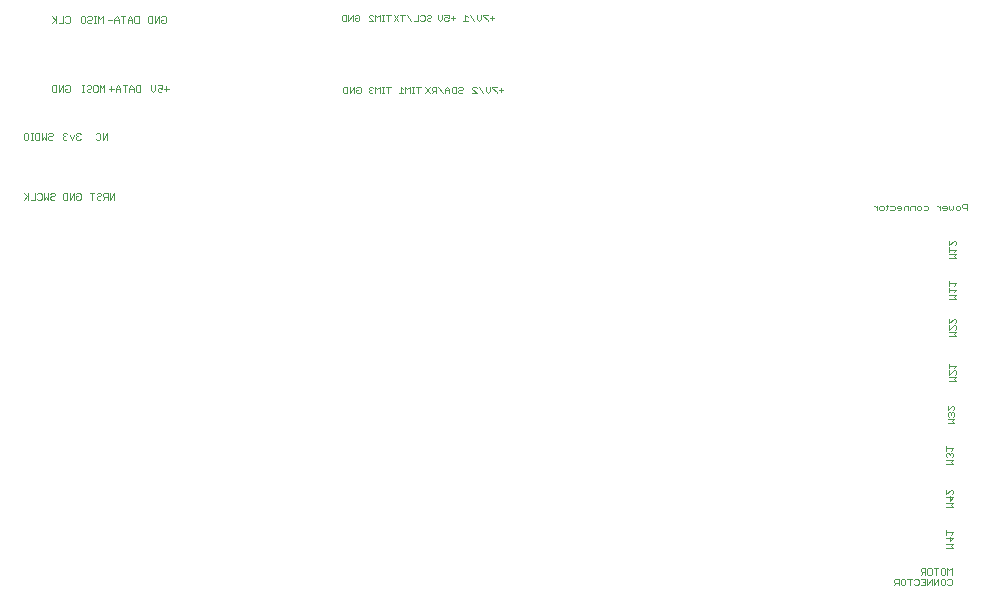
<source format=gbr>
G04 EAGLE Gerber RS-274X export*
G75*
%MOMM*%
%FSLAX34Y34*%
%LPD*%
%AMOC8*
5,1,8,0,0,1.08239X$1,22.5*%
G01*
%ADD10C,0.050800*%


D10*
X323678Y490055D02*
X324610Y490987D01*
X326474Y490987D01*
X327406Y490055D01*
X327406Y486326D01*
X326474Y485394D01*
X324610Y485394D01*
X323678Y486326D01*
X323678Y488190D01*
X325542Y488190D01*
X321793Y485394D02*
X321793Y490987D01*
X318064Y485394D01*
X318064Y490987D01*
X316180Y490987D02*
X316180Y485394D01*
X313383Y485394D01*
X312451Y486326D01*
X312451Y490055D01*
X313383Y490987D01*
X316180Y490987D01*
X322408Y551015D02*
X323340Y551947D01*
X325204Y551947D01*
X326136Y551015D01*
X326136Y547286D01*
X325204Y546354D01*
X323340Y546354D01*
X322408Y547286D01*
X322408Y549150D01*
X324272Y549150D01*
X320523Y546354D02*
X320523Y551947D01*
X316794Y546354D01*
X316794Y551947D01*
X314910Y551947D02*
X314910Y546354D01*
X312113Y546354D01*
X311181Y547286D01*
X311181Y551015D01*
X312113Y551947D01*
X314910Y551947D01*
X350942Y490987D02*
X350942Y485394D01*
X352806Y490987D02*
X349078Y490987D01*
X347193Y485394D02*
X345329Y485394D01*
X346261Y485394D02*
X346261Y490987D01*
X347193Y490987D02*
X345329Y490987D01*
X343451Y490987D02*
X343451Y485394D01*
X341587Y489123D02*
X343451Y490987D01*
X341587Y489123D02*
X339722Y490987D01*
X339722Y485394D01*
X337838Y490055D02*
X336906Y490987D01*
X335041Y490987D01*
X334109Y490055D01*
X334109Y489123D01*
X335041Y488190D01*
X335974Y488190D01*
X335041Y488190D02*
X334109Y487258D01*
X334109Y486326D01*
X335041Y485394D01*
X336906Y485394D01*
X337838Y486326D01*
X376342Y485394D02*
X376342Y490987D01*
X378206Y490987D02*
X374478Y490987D01*
X372593Y485394D02*
X370729Y485394D01*
X371661Y485394D02*
X371661Y490987D01*
X372593Y490987D02*
X370729Y490987D01*
X368851Y490987D02*
X368851Y485394D01*
X366987Y489123D02*
X368851Y490987D01*
X366987Y489123D02*
X365122Y490987D01*
X365122Y485394D01*
X363238Y489123D02*
X361374Y490987D01*
X361374Y485394D01*
X363238Y485394D02*
X359509Y485394D01*
X410038Y490055D02*
X410970Y490987D01*
X412834Y490987D01*
X413766Y490055D01*
X413766Y489123D01*
X412834Y488190D01*
X410970Y488190D01*
X410038Y487258D01*
X410038Y486326D01*
X410970Y485394D01*
X412834Y485394D01*
X413766Y486326D01*
X408153Y485394D02*
X408153Y490987D01*
X408153Y485394D02*
X405357Y485394D01*
X404424Y486326D01*
X404424Y490055D01*
X405357Y490987D01*
X408153Y490987D01*
X402540Y489123D02*
X402540Y485394D01*
X402540Y489123D02*
X400676Y490987D01*
X398811Y489123D01*
X398811Y485394D01*
X398811Y488190D02*
X402540Y488190D01*
X396927Y485394D02*
X393198Y490987D01*
X391314Y490987D02*
X391314Y485394D01*
X391314Y490987D02*
X388517Y490987D01*
X387585Y490055D01*
X387585Y488190D01*
X388517Y487258D01*
X391314Y487258D01*
X389449Y487258D02*
X387585Y485394D01*
X381972Y485394D02*
X385701Y490987D01*
X381972Y490987D02*
X385701Y485394D01*
X444328Y488190D02*
X448056Y488190D01*
X446192Y490055D02*
X446192Y486326D01*
X442443Y490987D02*
X438714Y490987D01*
X438714Y490055D01*
X442443Y486326D01*
X442443Y485394D01*
X436830Y487258D02*
X436830Y490987D01*
X436830Y487258D02*
X434966Y485394D01*
X433101Y487258D01*
X433101Y490987D01*
X427488Y490987D02*
X431217Y485394D01*
X425604Y485394D02*
X421875Y485394D01*
X425604Y485394D02*
X421875Y489123D01*
X421875Y490055D01*
X422807Y490987D01*
X424672Y490987D01*
X425604Y490055D01*
X436708Y549150D02*
X440436Y549150D01*
X438572Y551015D02*
X438572Y547286D01*
X434823Y551947D02*
X431094Y551947D01*
X431094Y551015D01*
X434823Y547286D01*
X434823Y546354D01*
X429210Y548218D02*
X429210Y551947D01*
X429210Y548218D02*
X427346Y546354D01*
X425481Y548218D01*
X425481Y551947D01*
X419868Y551947D02*
X423597Y546354D01*
X417984Y550083D02*
X416119Y551947D01*
X416119Y546354D01*
X414255Y546354D02*
X417984Y546354D01*
X407416Y549150D02*
X403688Y549150D01*
X405552Y551015D02*
X405552Y547286D01*
X401803Y551947D02*
X398074Y551947D01*
X401803Y551947D02*
X401803Y549150D01*
X399939Y550083D01*
X399007Y550083D01*
X398074Y549150D01*
X398074Y547286D01*
X399007Y546354D01*
X400871Y546354D01*
X401803Y547286D01*
X396190Y548218D02*
X396190Y551947D01*
X396190Y548218D02*
X394326Y546354D01*
X392461Y548218D01*
X392461Y551947D01*
X350942Y551947D02*
X350942Y546354D01*
X352806Y551947D02*
X349078Y551947D01*
X347193Y546354D02*
X345329Y546354D01*
X346261Y546354D02*
X346261Y551947D01*
X347193Y551947D02*
X345329Y551947D01*
X343451Y551947D02*
X343451Y546354D01*
X341587Y550083D02*
X343451Y551947D01*
X341587Y550083D02*
X339722Y551947D01*
X339722Y546354D01*
X337838Y546354D02*
X334109Y546354D01*
X337838Y546354D02*
X334109Y550083D01*
X334109Y551015D01*
X335041Y551947D01*
X336906Y551947D01*
X337838Y551015D01*
X383368Y551015D02*
X384300Y551947D01*
X386164Y551947D01*
X387096Y551015D01*
X387096Y550083D01*
X386164Y549150D01*
X384300Y549150D01*
X383368Y548218D01*
X383368Y547286D01*
X384300Y546354D01*
X386164Y546354D01*
X387096Y547286D01*
X378687Y551947D02*
X377754Y551015D01*
X378687Y551947D02*
X380551Y551947D01*
X381483Y551015D01*
X381483Y547286D01*
X380551Y546354D01*
X378687Y546354D01*
X377754Y547286D01*
X375870Y546354D02*
X375870Y551947D01*
X375870Y546354D02*
X372141Y546354D01*
X370257Y546354D02*
X366528Y551947D01*
X362779Y551947D02*
X362779Y546354D01*
X364644Y551947D02*
X360915Y551947D01*
X359031Y551947D02*
X355302Y546354D01*
X359031Y546354D02*
X355302Y551947D01*
X78230Y492257D02*
X77298Y491325D01*
X78230Y492257D02*
X80094Y492257D01*
X81026Y491325D01*
X81026Y487596D01*
X80094Y486664D01*
X78230Y486664D01*
X77298Y487596D01*
X77298Y489460D01*
X79162Y489460D01*
X75413Y486664D02*
X75413Y492257D01*
X71684Y486664D01*
X71684Y492257D01*
X69800Y492257D02*
X69800Y486664D01*
X67003Y486664D01*
X66071Y487596D01*
X66071Y491325D01*
X67003Y492257D01*
X69800Y492257D01*
X110236Y492257D02*
X110236Y486664D01*
X108372Y490393D02*
X110236Y492257D01*
X108372Y490393D02*
X106508Y492257D01*
X106508Y486664D01*
X103691Y492257D02*
X101827Y492257D01*
X103691Y492257D02*
X104623Y491325D01*
X104623Y487596D01*
X103691Y486664D01*
X101827Y486664D01*
X100894Y487596D01*
X100894Y491325D01*
X101827Y492257D01*
X96213Y492257D02*
X95281Y491325D01*
X96213Y492257D02*
X98078Y492257D01*
X99010Y491325D01*
X99010Y490393D01*
X98078Y489460D01*
X96213Y489460D01*
X95281Y488528D01*
X95281Y487596D01*
X96213Y486664D01*
X98078Y486664D01*
X99010Y487596D01*
X93397Y486664D02*
X91532Y486664D01*
X92465Y486664D02*
X92465Y492257D01*
X93397Y492257D02*
X91532Y492257D01*
X140716Y492257D02*
X140716Y486664D01*
X137920Y486664D01*
X136988Y487596D01*
X136988Y491325D01*
X137920Y492257D01*
X140716Y492257D01*
X135103Y490393D02*
X135103Y486664D01*
X135103Y490393D02*
X133239Y492257D01*
X131374Y490393D01*
X131374Y486664D01*
X131374Y489460D02*
X135103Y489460D01*
X127626Y486664D02*
X127626Y492257D01*
X129490Y492257D02*
X125761Y492257D01*
X123877Y490393D02*
X123877Y486664D01*
X123877Y490393D02*
X122012Y492257D01*
X120148Y490393D01*
X120148Y486664D01*
X120148Y489460D02*
X123877Y489460D01*
X118264Y489460D02*
X114535Y489460D01*
X116399Y491325D02*
X116399Y487596D01*
X161118Y489460D02*
X164846Y489460D01*
X162982Y491325D02*
X162982Y487596D01*
X159233Y492257D02*
X155504Y492257D01*
X159233Y492257D02*
X159233Y489460D01*
X157369Y490393D01*
X156437Y490393D01*
X155504Y489460D01*
X155504Y487596D01*
X156437Y486664D01*
X158301Y486664D01*
X159233Y487596D01*
X153620Y488528D02*
X153620Y492257D01*
X153620Y488528D02*
X151756Y486664D01*
X149891Y488528D01*
X149891Y492257D01*
X158578Y549745D02*
X159510Y550677D01*
X161374Y550677D01*
X162306Y549745D01*
X162306Y546016D01*
X161374Y545084D01*
X159510Y545084D01*
X158578Y546016D01*
X158578Y547880D01*
X160442Y547880D01*
X156693Y545084D02*
X156693Y550677D01*
X152964Y545084D01*
X152964Y550677D01*
X151080Y550677D02*
X151080Y545084D01*
X148283Y545084D01*
X147351Y546016D01*
X147351Y549745D01*
X148283Y550677D01*
X151080Y550677D01*
X139446Y550677D02*
X139446Y545084D01*
X136650Y545084D01*
X135718Y546016D01*
X135718Y549745D01*
X136650Y550677D01*
X139446Y550677D01*
X133833Y548813D02*
X133833Y545084D01*
X133833Y548813D02*
X131969Y550677D01*
X130104Y548813D01*
X130104Y545084D01*
X130104Y547880D02*
X133833Y547880D01*
X126356Y545084D02*
X126356Y550677D01*
X128220Y550677D02*
X124491Y550677D01*
X122607Y548813D02*
X122607Y545084D01*
X122607Y548813D02*
X120742Y550677D01*
X118878Y548813D01*
X118878Y545084D01*
X118878Y547880D02*
X122607Y547880D01*
X116994Y547880D02*
X113265Y547880D01*
X108966Y545084D02*
X108966Y550677D01*
X107102Y548813D01*
X105238Y550677D01*
X105238Y545084D01*
X103353Y545084D02*
X101489Y545084D01*
X102421Y545084D02*
X102421Y550677D01*
X103353Y550677D02*
X101489Y550677D01*
X96814Y550677D02*
X95882Y549745D01*
X96814Y550677D02*
X98679Y550677D01*
X99611Y549745D01*
X99611Y548813D01*
X98679Y547880D01*
X96814Y547880D01*
X95882Y546948D01*
X95882Y546016D01*
X96814Y545084D01*
X98679Y545084D01*
X99611Y546016D01*
X93066Y550677D02*
X91201Y550677D01*
X93066Y550677D02*
X93998Y549745D01*
X93998Y546016D01*
X93066Y545084D01*
X91201Y545084D01*
X90269Y546016D01*
X90269Y549745D01*
X91201Y550677D01*
X78230Y550677D02*
X77298Y549745D01*
X78230Y550677D02*
X80094Y550677D01*
X81026Y549745D01*
X81026Y546016D01*
X80094Y545084D01*
X78230Y545084D01*
X77298Y546016D01*
X75413Y545084D02*
X75413Y550677D01*
X75413Y545084D02*
X71684Y545084D01*
X69800Y545084D02*
X69800Y550677D01*
X69800Y546948D02*
X66071Y550677D01*
X68868Y547880D02*
X66071Y545084D01*
X825754Y311404D02*
X831347Y311404D01*
X829483Y313268D01*
X831347Y315133D01*
X825754Y315133D01*
X829483Y317017D02*
X831347Y318881D01*
X825754Y318881D01*
X825754Y317017D02*
X825754Y320746D01*
X829483Y322630D02*
X831347Y324494D01*
X825754Y324494D01*
X825754Y322630D02*
X825754Y326359D01*
X825754Y345694D02*
X831347Y345694D01*
X829483Y347558D01*
X831347Y349423D01*
X825754Y349423D01*
X829483Y351307D02*
X831347Y353171D01*
X825754Y353171D01*
X825754Y351307D02*
X825754Y355036D01*
X825754Y356920D02*
X825754Y360649D01*
X825754Y356920D02*
X829483Y360649D01*
X830415Y360649D01*
X831347Y359717D01*
X831347Y357852D01*
X830415Y356920D01*
X831347Y279654D02*
X825754Y279654D01*
X829483Y281518D02*
X831347Y279654D01*
X829483Y281518D02*
X831347Y283383D01*
X825754Y283383D01*
X825754Y285267D02*
X825754Y288996D01*
X825754Y285267D02*
X829483Y288996D01*
X830415Y288996D01*
X831347Y288063D01*
X831347Y286199D01*
X830415Y285267D01*
X825754Y290880D02*
X825754Y294609D01*
X825754Y290880D02*
X829483Y294609D01*
X830415Y294609D01*
X831347Y293677D01*
X831347Y291812D01*
X830415Y290880D01*
X831347Y241554D02*
X825754Y241554D01*
X829483Y243418D02*
X831347Y241554D01*
X829483Y243418D02*
X831347Y245283D01*
X825754Y245283D01*
X825754Y247167D02*
X825754Y250896D01*
X825754Y247167D02*
X829483Y250896D01*
X830415Y250896D01*
X831347Y249963D01*
X831347Y248099D01*
X830415Y247167D01*
X829483Y252780D02*
X831347Y254644D01*
X825754Y254644D01*
X825754Y252780D02*
X825754Y256509D01*
X824484Y205994D02*
X830077Y205994D01*
X828213Y207858D01*
X830077Y209723D01*
X824484Y209723D01*
X829145Y211607D02*
X830077Y212539D01*
X830077Y214403D01*
X829145Y215336D01*
X828213Y215336D01*
X827280Y214403D01*
X827280Y213471D01*
X827280Y214403D02*
X826348Y215336D01*
X825416Y215336D01*
X824484Y214403D01*
X824484Y212539D01*
X825416Y211607D01*
X824484Y217220D02*
X824484Y220949D01*
X824484Y217220D02*
X828213Y220949D01*
X829145Y220949D01*
X830077Y220017D01*
X830077Y218152D01*
X829145Y217220D01*
X828807Y171704D02*
X823214Y171704D01*
X826943Y173568D02*
X828807Y171704D01*
X826943Y173568D02*
X828807Y175433D01*
X823214Y175433D01*
X827875Y177317D02*
X828807Y178249D01*
X828807Y180113D01*
X827875Y181046D01*
X826943Y181046D01*
X826010Y180113D01*
X826010Y179181D01*
X826010Y180113D02*
X825078Y181046D01*
X824146Y181046D01*
X823214Y180113D01*
X823214Y178249D01*
X824146Y177317D01*
X826943Y182930D02*
X828807Y184794D01*
X823214Y184794D01*
X823214Y182930D02*
X823214Y186659D01*
X823214Y134874D02*
X828807Y134874D01*
X826943Y136738D01*
X828807Y138603D01*
X823214Y138603D01*
X823214Y143283D02*
X828807Y143283D01*
X826010Y140487D01*
X826010Y144216D01*
X823214Y146100D02*
X823214Y149829D01*
X823214Y146100D02*
X826943Y149829D01*
X827875Y149829D01*
X828807Y148897D01*
X828807Y147032D01*
X827875Y146100D01*
X828807Y100584D02*
X823214Y100584D01*
X826943Y102448D02*
X828807Y100584D01*
X826943Y102448D02*
X828807Y104313D01*
X823214Y104313D01*
X823214Y108993D02*
X828807Y108993D01*
X826010Y106197D01*
X826010Y109926D01*
X826943Y111810D02*
X828807Y113674D01*
X823214Y113674D01*
X823214Y111810D02*
X823214Y115539D01*
X827786Y83571D02*
X827786Y77978D01*
X825922Y81707D02*
X827786Y83571D01*
X825922Y81707D02*
X824058Y83571D01*
X824058Y77978D01*
X821241Y83571D02*
X819377Y83571D01*
X821241Y83571D02*
X822173Y82639D01*
X822173Y78910D01*
X821241Y77978D01*
X819377Y77978D01*
X818444Y78910D01*
X818444Y82639D01*
X819377Y83571D01*
X814696Y83571D02*
X814696Y77978D01*
X816560Y83571D02*
X812831Y83571D01*
X810015Y83571D02*
X808150Y83571D01*
X810015Y83571D02*
X810947Y82639D01*
X810947Y78910D01*
X810015Y77978D01*
X808150Y77978D01*
X807218Y78910D01*
X807218Y82639D01*
X808150Y83571D01*
X805334Y83571D02*
X805334Y77978D01*
X805334Y83571D02*
X802537Y83571D01*
X801605Y82639D01*
X801605Y80774D01*
X802537Y79842D01*
X805334Y79842D01*
X803469Y79842D02*
X801605Y77978D01*
X824058Y73495D02*
X824990Y74427D01*
X826854Y74427D01*
X827786Y73495D01*
X827786Y69766D01*
X826854Y68834D01*
X824990Y68834D01*
X824058Y69766D01*
X821241Y74427D02*
X819377Y74427D01*
X821241Y74427D02*
X822173Y73495D01*
X822173Y69766D01*
X821241Y68834D01*
X819377Y68834D01*
X818444Y69766D01*
X818444Y73495D01*
X819377Y74427D01*
X816560Y74427D02*
X816560Y68834D01*
X812831Y68834D02*
X816560Y74427D01*
X812831Y74427D02*
X812831Y68834D01*
X810947Y68834D02*
X810947Y74427D01*
X807218Y68834D01*
X807218Y74427D01*
X805334Y74427D02*
X801605Y74427D01*
X805334Y74427D02*
X805334Y68834D01*
X801605Y68834D01*
X803469Y71630D02*
X805334Y71630D01*
X796924Y74427D02*
X795992Y73495D01*
X796924Y74427D02*
X798788Y74427D01*
X799721Y73495D01*
X799721Y69766D01*
X798788Y68834D01*
X796924Y68834D01*
X795992Y69766D01*
X792243Y68834D02*
X792243Y74427D01*
X794107Y74427D02*
X790379Y74427D01*
X787562Y74427D02*
X785698Y74427D01*
X787562Y74427D02*
X788494Y73495D01*
X788494Y69766D01*
X787562Y68834D01*
X785698Y68834D01*
X784766Y69766D01*
X784766Y73495D01*
X785698Y74427D01*
X782881Y74427D02*
X782881Y68834D01*
X782881Y74427D02*
X780085Y74427D01*
X779153Y73495D01*
X779153Y71630D01*
X780085Y70698D01*
X782881Y70698D01*
X781017Y70698D02*
X779153Y68834D01*
X63784Y451871D02*
X62852Y450939D01*
X63784Y451871D02*
X65648Y451871D01*
X66581Y450939D01*
X66581Y450007D01*
X65648Y449074D01*
X63784Y449074D01*
X62852Y448142D01*
X62852Y447210D01*
X63784Y446278D01*
X65648Y446278D01*
X66581Y447210D01*
X60967Y446278D02*
X60967Y451871D01*
X59103Y448142D02*
X60967Y446278D01*
X59103Y448142D02*
X57239Y446278D01*
X57239Y451871D01*
X55354Y451871D02*
X55354Y446278D01*
X52558Y446278D01*
X51626Y447210D01*
X51626Y450939D01*
X52558Y451871D01*
X55354Y451871D01*
X49741Y446278D02*
X47877Y446278D01*
X48809Y446278D02*
X48809Y451871D01*
X49741Y451871D02*
X47877Y451871D01*
X45067Y451871D02*
X43203Y451871D01*
X45067Y451871D02*
X45999Y450939D01*
X45999Y447210D01*
X45067Y446278D01*
X43203Y446278D01*
X42271Y447210D01*
X42271Y450939D01*
X43203Y451871D01*
X89313Y451871D02*
X90245Y450939D01*
X89313Y451871D02*
X87449Y451871D01*
X86517Y450939D01*
X86517Y450007D01*
X87449Y449074D01*
X88381Y449074D01*
X87449Y449074D02*
X86517Y448142D01*
X86517Y447210D01*
X87449Y446278D01*
X89313Y446278D01*
X90245Y447210D01*
X84632Y450007D02*
X82768Y446278D01*
X80904Y450007D01*
X79019Y450939D02*
X78087Y451871D01*
X76223Y451871D01*
X75291Y450939D01*
X75291Y450007D01*
X76223Y449074D01*
X77155Y449074D01*
X76223Y449074D02*
X75291Y448142D01*
X75291Y447210D01*
X76223Y446278D01*
X78087Y446278D01*
X79019Y447210D01*
X112572Y446278D02*
X112572Y451871D01*
X108844Y446278D01*
X108844Y451871D01*
X104163Y451871D02*
X103231Y450939D01*
X104163Y451871D02*
X106027Y451871D01*
X106959Y450939D01*
X106959Y447210D01*
X106027Y446278D01*
X104163Y446278D01*
X103231Y447210D01*
X118718Y401071D02*
X118718Y395478D01*
X114990Y395478D02*
X118718Y401071D01*
X114990Y401071D02*
X114990Y395478D01*
X113105Y395478D02*
X113105Y401071D01*
X110309Y401071D01*
X109377Y400139D01*
X109377Y398274D01*
X110309Y397342D01*
X113105Y397342D01*
X111241Y397342D02*
X109377Y395478D01*
X104696Y401071D02*
X103764Y400139D01*
X104696Y401071D02*
X106560Y401071D01*
X107492Y400139D01*
X107492Y399207D01*
X106560Y398274D01*
X104696Y398274D01*
X103764Y397342D01*
X103764Y396410D01*
X104696Y395478D01*
X106560Y395478D01*
X107492Y396410D01*
X100015Y395478D02*
X100015Y401071D01*
X101879Y401071D02*
X98151Y401071D01*
X87449Y401071D02*
X86517Y400139D01*
X87449Y401071D02*
X89313Y401071D01*
X90245Y400139D01*
X90245Y396410D01*
X89313Y395478D01*
X87449Y395478D01*
X86517Y396410D01*
X86517Y398274D01*
X88381Y398274D01*
X84632Y395478D02*
X84632Y401071D01*
X80904Y395478D01*
X80904Y401071D01*
X79019Y401071D02*
X79019Y395478D01*
X76223Y395478D01*
X75291Y396410D01*
X75291Y400139D01*
X76223Y401071D01*
X79019Y401071D01*
X65655Y401071D02*
X64723Y400139D01*
X65655Y401071D02*
X67519Y401071D01*
X68452Y400139D01*
X68452Y399207D01*
X67519Y398274D01*
X65655Y398274D01*
X64723Y397342D01*
X64723Y396410D01*
X65655Y395478D01*
X67519Y395478D01*
X68452Y396410D01*
X62838Y395478D02*
X62838Y401071D01*
X60974Y397342D02*
X62838Y395478D01*
X60974Y397342D02*
X59110Y395478D01*
X59110Y401071D01*
X54429Y401071D02*
X53497Y400139D01*
X54429Y401071D02*
X56293Y401071D01*
X57225Y400139D01*
X57225Y396410D01*
X56293Y395478D01*
X54429Y395478D01*
X53497Y396410D01*
X51612Y395478D02*
X51612Y401071D01*
X51612Y395478D02*
X47884Y395478D01*
X45999Y395478D02*
X45999Y401071D01*
X42271Y401071D02*
X45999Y397342D01*
X45067Y398274D02*
X42271Y395478D01*
X840486Y391927D02*
X840486Y386334D01*
X840486Y391927D02*
X837690Y391927D01*
X836758Y390995D01*
X836758Y389130D01*
X837690Y388198D01*
X840486Y388198D01*
X833941Y386334D02*
X832077Y386334D01*
X831144Y387266D01*
X831144Y389130D01*
X832077Y390063D01*
X833941Y390063D01*
X834873Y389130D01*
X834873Y387266D01*
X833941Y386334D01*
X829260Y387266D02*
X829260Y390063D01*
X829260Y387266D02*
X828328Y386334D01*
X827396Y387266D01*
X826463Y386334D01*
X825531Y387266D01*
X825531Y390063D01*
X822715Y386334D02*
X820850Y386334D01*
X822715Y386334D02*
X823647Y387266D01*
X823647Y389130D01*
X822715Y390063D01*
X820850Y390063D01*
X819918Y389130D01*
X819918Y388198D01*
X823647Y388198D01*
X818034Y386334D02*
X818034Y390063D01*
X818034Y388198D02*
X816169Y390063D01*
X815237Y390063D01*
X806811Y390063D02*
X804014Y390063D01*
X806811Y390063D02*
X807743Y389130D01*
X807743Y387266D01*
X806811Y386334D01*
X804014Y386334D01*
X801198Y386334D02*
X799333Y386334D01*
X798401Y387266D01*
X798401Y389130D01*
X799333Y390063D01*
X801198Y390063D01*
X802130Y389130D01*
X802130Y387266D01*
X801198Y386334D01*
X796517Y386334D02*
X796517Y390063D01*
X793720Y390063D01*
X792788Y389130D01*
X792788Y386334D01*
X790904Y386334D02*
X790904Y390063D01*
X788107Y390063D01*
X787175Y389130D01*
X787175Y386334D01*
X784358Y386334D02*
X782494Y386334D01*
X784358Y386334D02*
X785291Y387266D01*
X785291Y389130D01*
X784358Y390063D01*
X782494Y390063D01*
X781562Y389130D01*
X781562Y388198D01*
X785291Y388198D01*
X778745Y390063D02*
X775949Y390063D01*
X778745Y390063D02*
X779677Y389130D01*
X779677Y387266D01*
X778745Y386334D01*
X775949Y386334D01*
X773132Y387266D02*
X773132Y390995D01*
X773132Y387266D02*
X772200Y386334D01*
X772200Y390063D02*
X774064Y390063D01*
X769390Y386334D02*
X767526Y386334D01*
X766594Y387266D01*
X766594Y389130D01*
X767526Y390063D01*
X769390Y390063D01*
X770322Y389130D01*
X770322Y387266D01*
X769390Y386334D01*
X764709Y386334D02*
X764709Y390063D01*
X762845Y390063D02*
X764709Y388198D01*
X762845Y390063D02*
X761913Y390063D01*
M02*

</source>
